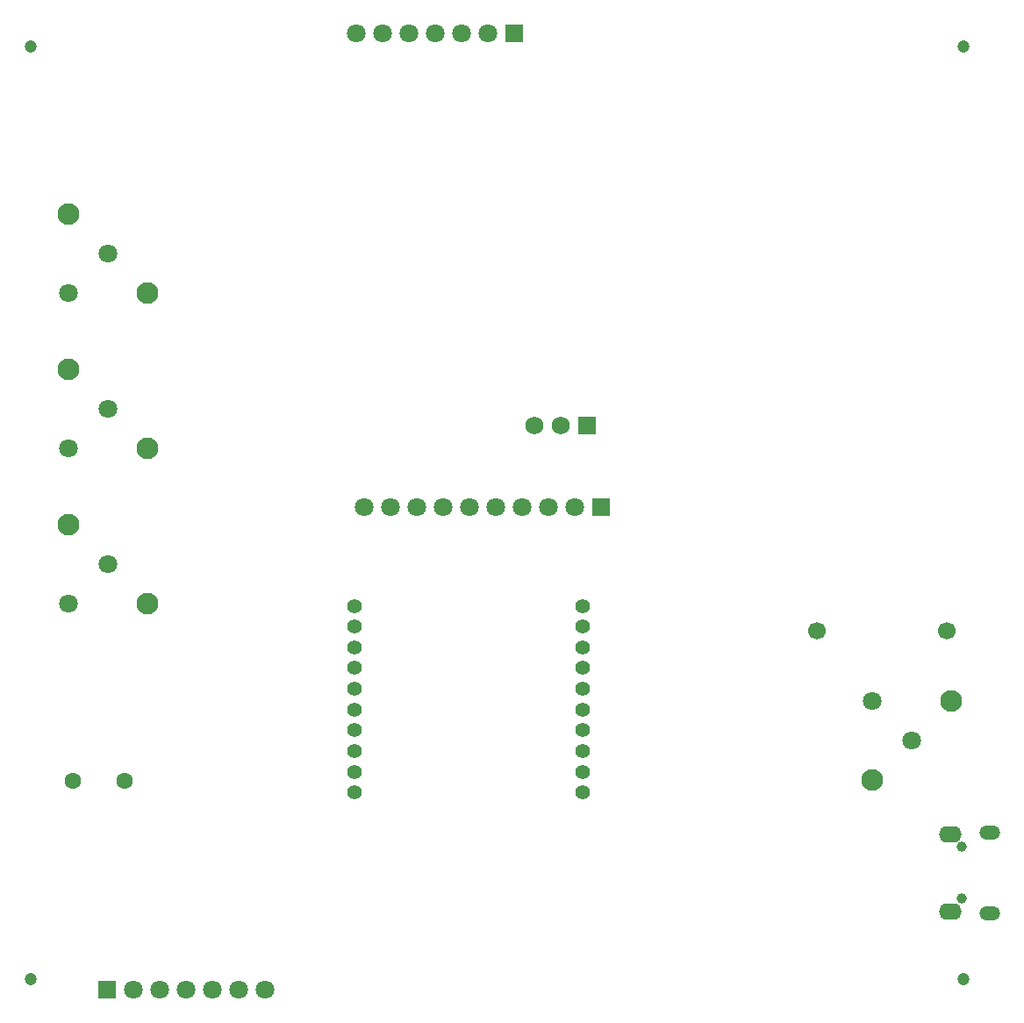
<source format=gbr>
%TF.GenerationSoftware,Altium Limited,Altium Designer,19.1.6 (110)*%
G04 Layer_Color=16711935*
%FSLAX43Y43*%
%MOMM*%
%TF.FileFunction,Soldermask,Bot*%
%TF.Part,Single*%
G01*
G75*
%TA.AperFunction,ComponentPad*%
%ADD33C,1.600*%
%ADD38C,1.400*%
%ADD47C,1.800*%
%ADD48R,1.800X1.800*%
%ADD49R,1.750X1.750*%
%ADD50C,1.750*%
%ADD51C,1.700*%
%ADD52O,2.000X1.350*%
%ADD53C,1.000*%
%ADD54O,2.200X1.600*%
%ADD55C,2.100*%
%TA.AperFunction,WasherPad*%
%ADD56C,1.200*%
D33*
X9057Y24130D02*
D03*
X14057D02*
D03*
D38*
X58244Y41000D02*
D03*
Y37000D02*
D03*
Y39000D02*
D03*
Y33000D02*
D03*
Y31000D02*
D03*
Y35000D02*
D03*
Y27000D02*
D03*
Y29000D02*
D03*
Y25000D02*
D03*
Y23000D02*
D03*
X36244Y41000D02*
D03*
Y37000D02*
D03*
Y39000D02*
D03*
Y33000D02*
D03*
Y31000D02*
D03*
Y35000D02*
D03*
Y27000D02*
D03*
Y29000D02*
D03*
Y23000D02*
D03*
Y25000D02*
D03*
D47*
X14920Y4000D02*
D03*
X17460D02*
D03*
X20000D02*
D03*
X22540D02*
D03*
X25080D02*
D03*
X27620D02*
D03*
X37211Y50546D02*
D03*
X42291D02*
D03*
X47371D02*
D03*
X52451D02*
D03*
X57531D02*
D03*
X54991D02*
D03*
X49911D02*
D03*
X44831D02*
D03*
X39751D02*
D03*
X49149Y96266D02*
D03*
X46609D02*
D03*
X44069D02*
D03*
X41529D02*
D03*
X38989D02*
D03*
X36449D02*
D03*
X12500Y75000D02*
D03*
X8690Y71190D02*
D03*
Y56190D02*
D03*
X12500Y60000D02*
D03*
X8690Y41190D02*
D03*
X12500Y45000D02*
D03*
X86190Y31810D02*
D03*
X90000Y28000D02*
D03*
D48*
X12380Y4000D02*
D03*
X60071Y50546D02*
D03*
X51689Y96266D02*
D03*
D49*
X58714Y58404D02*
D03*
D50*
X53634D02*
D03*
X56174D02*
D03*
D51*
X93372Y38611D02*
D03*
X80872D02*
D03*
D52*
X97526Y19115D02*
D03*
Y11365D02*
D03*
D53*
X94826Y17740D02*
D03*
Y12740D02*
D03*
D54*
X93726Y18965D02*
D03*
Y11515D02*
D03*
D55*
X8690Y78810D02*
D03*
X16310Y71190D02*
D03*
Y56190D02*
D03*
X8690Y63810D02*
D03*
X16310Y41190D02*
D03*
X8690Y48810D02*
D03*
X86190Y24190D02*
D03*
X93810Y31810D02*
D03*
D56*
X5000Y5000D02*
D03*
X95000D02*
D03*
Y95000D02*
D03*
X5000D02*
D03*
%TF.MD5,bb39eceb918dca505aa04ac7ce201e1b*%
M02*

</source>
